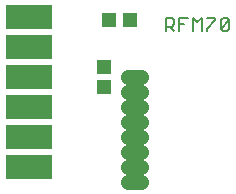
<source format=gts>
G75*
%MOIN*%
%OFA0B0*%
%FSLAX25Y25*%
%IPPOS*%
%LPD*%
%AMOC8*
5,1,8,0,0,1.08239X$1,22.5*
%
%ADD10C,0.00800*%
%ADD11R,0.04934X0.05052*%
%ADD12R,0.05052X0.04934*%
%ADD13R,0.15800X0.08400*%
%ADD14C,0.04959*%
D10*
X0065900Y0062200D02*
X0065900Y0066404D01*
X0068002Y0066404D01*
X0068702Y0065703D01*
X0068702Y0064302D01*
X0068002Y0063601D01*
X0065900Y0063601D01*
X0067301Y0063601D02*
X0068702Y0062200D01*
X0070504Y0062200D02*
X0070504Y0066404D01*
X0073306Y0066404D01*
X0075108Y0066404D02*
X0076509Y0065002D01*
X0077910Y0066404D01*
X0077910Y0062200D01*
X0079712Y0062200D02*
X0079712Y0062901D01*
X0082514Y0065703D01*
X0082514Y0066404D01*
X0079712Y0066404D01*
X0075108Y0066404D02*
X0075108Y0062200D01*
X0071905Y0064302D02*
X0070504Y0064302D01*
X0084316Y0062901D02*
X0084316Y0065703D01*
X0085016Y0066404D01*
X0086417Y0066404D01*
X0087118Y0065703D01*
X0084316Y0062901D01*
X0085016Y0062200D01*
X0086417Y0062200D01*
X0087118Y0062901D01*
X0087118Y0065703D01*
D11*
X0053945Y0065800D03*
X0047055Y0065800D03*
D12*
X0045500Y0050245D03*
X0045500Y0043355D03*
D13*
X0020500Y0016800D03*
X0020500Y0026800D03*
X0020500Y0036800D03*
X0020500Y0046800D03*
X0020500Y0056800D03*
X0020500Y0066800D03*
D14*
X0053420Y0046800D02*
X0057580Y0046800D01*
X0057580Y0041800D02*
X0053420Y0041800D01*
X0053420Y0036800D02*
X0057580Y0036800D01*
X0057580Y0031800D02*
X0053420Y0031800D01*
X0053420Y0026800D02*
X0057580Y0026800D01*
X0057580Y0021800D02*
X0053420Y0021800D01*
X0053420Y0016800D02*
X0057580Y0016800D01*
X0057580Y0011800D02*
X0053420Y0011800D01*
M02*

</source>
